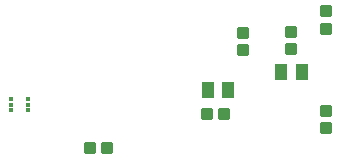
<source format=gbp>
G04*
G04 #@! TF.GenerationSoftware,Altium Limited,Altium Designer,21.0.8 (223)*
G04*
G04 Layer_Color=128*
%FSLAX24Y24*%
%MOIN*%
G70*
G04*
G04 #@! TF.SameCoordinates,F91D3ADF-50DC-415E-B976-C9826125F88D*
G04*
G04*
G04 #@! TF.FilePolarity,Positive*
G04*
G01*
G75*
G04:AMPARAMS|DCode=13|XSize=37.4mil|YSize=37.4mil|CornerRadius=1.9mil|HoleSize=0mil|Usage=FLASHONLY|Rotation=180.000|XOffset=0mil|YOffset=0mil|HoleType=Round|Shape=RoundedRectangle|*
%AMROUNDEDRECTD13*
21,1,0.0374,0.0337,0,0,180.0*
21,1,0.0337,0.0374,0,0,180.0*
1,1,0.0037,-0.0168,0.0168*
1,1,0.0037,0.0168,0.0168*
1,1,0.0037,0.0168,-0.0168*
1,1,0.0037,-0.0168,-0.0168*
%
%ADD13ROUNDEDRECTD13*%
G04:AMPARAMS|DCode=14|XSize=43.3mil|YSize=55.1mil|CornerRadius=2.2mil|HoleSize=0mil|Usage=FLASHONLY|Rotation=0.000|XOffset=0mil|YOffset=0mil|HoleType=Round|Shape=RoundedRectangle|*
%AMROUNDEDRECTD14*
21,1,0.0433,0.0508,0,0,0.0*
21,1,0.0390,0.0551,0,0,0.0*
1,1,0.0043,0.0195,-0.0254*
1,1,0.0043,-0.0195,-0.0254*
1,1,0.0043,-0.0195,0.0254*
1,1,0.0043,0.0195,0.0254*
%
%ADD14ROUNDEDRECTD14*%
G04:AMPARAMS|DCode=20|XSize=37.4mil|YSize=37.4mil|CornerRadius=1.9mil|HoleSize=0mil|Usage=FLASHONLY|Rotation=90.000|XOffset=0mil|YOffset=0mil|HoleType=Round|Shape=RoundedRectangle|*
%AMROUNDEDRECTD20*
21,1,0.0374,0.0337,0,0,90.0*
21,1,0.0337,0.0374,0,0,90.0*
1,1,0.0037,0.0168,0.0168*
1,1,0.0037,0.0168,-0.0168*
1,1,0.0037,-0.0168,-0.0168*
1,1,0.0037,-0.0168,0.0168*
%
%ADD20ROUNDEDRECTD20*%
%ADD59R,0.0177X0.0118*%
D13*
X12589Y6313D02*
D03*
X12019D02*
D03*
X8698Y5191D02*
D03*
X8128D02*
D03*
D14*
X12048Y7121D02*
D03*
X12737D02*
D03*
X14492Y7711D02*
D03*
X15181D02*
D03*
D20*
X15975Y6419D02*
D03*
Y5848D02*
D03*
X13235Y9027D02*
D03*
Y8456D02*
D03*
X14814Y8466D02*
D03*
Y9037D02*
D03*
X15975Y9730D02*
D03*
Y9159D02*
D03*
D59*
X5483Y6628D02*
D03*
X6054Y6825D02*
D03*
Y6628D02*
D03*
Y6431D02*
D03*
X5483Y6825D02*
D03*
Y6431D02*
D03*
M02*

</source>
